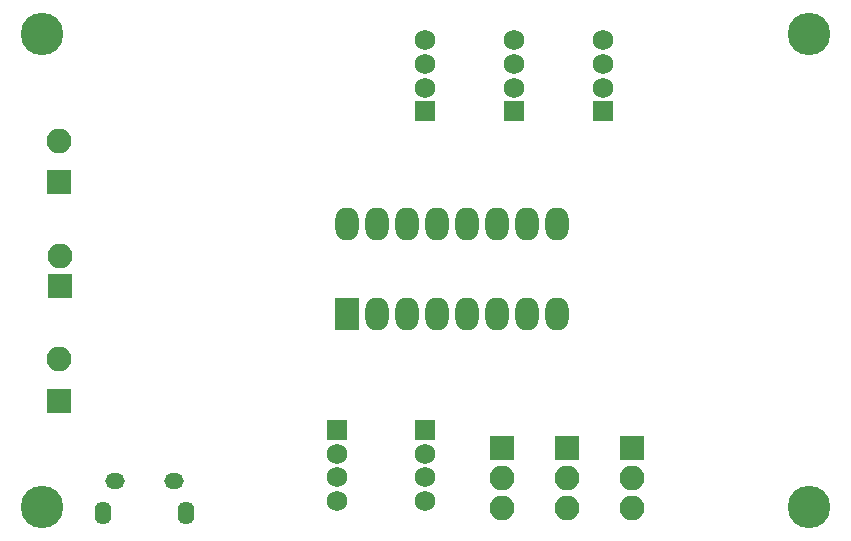
<source format=gbs>
G04 #@! TF.FileFunction,Soldermask,Bot*
%FSLAX46Y46*%
G04 Gerber Fmt 4.6, Leading zero omitted, Abs format (unit mm)*
G04 Created by KiCad (PCBNEW 4.0.7) date 06/10/18 23:59:59*
%MOMM*%
%LPD*%
G01*
G04 APERTURE LIST*
%ADD10C,0.100000*%
%ADD11C,3.600000*%
%ADD12R,1.750000X1.750000*%
%ADD13C,1.750000*%
%ADD14R,2.100000X2.100000*%
%ADD15O,2.100000X2.100000*%
%ADD16R,2.000000X2.800000*%
%ADD17O,2.000000X2.800000*%
%ADD18O,1.650000X1.350000*%
%ADD19O,1.400000X1.950000*%
G04 APERTURE END LIST*
D10*
D11*
X167500000Y-82500000D03*
X102500000Y-82500000D03*
D12*
X135000000Y-116000000D03*
D13*
X135000000Y-118000000D03*
X135000000Y-120000000D03*
X135000000Y-122000000D03*
D12*
X127500000Y-116000000D03*
D13*
X127500000Y-118000000D03*
X127500000Y-120000000D03*
X127500000Y-122000000D03*
D14*
X104064000Y-103791000D03*
D15*
X104064000Y-101251000D03*
D16*
X128400000Y-106200000D03*
D17*
X146180000Y-98580000D03*
X130940000Y-106200000D03*
X143640000Y-98580000D03*
X133480000Y-106200000D03*
X141100000Y-98580000D03*
X136020000Y-106200000D03*
X138560000Y-98580000D03*
X138560000Y-106200000D03*
X136020000Y-98580000D03*
X141100000Y-106200000D03*
X133480000Y-98580000D03*
X143640000Y-106200000D03*
X130940000Y-98580000D03*
X146180000Y-106200000D03*
X128400000Y-98580000D03*
D14*
X152500000Y-117500000D03*
D15*
X152500000Y-120040000D03*
X152500000Y-122580000D03*
D14*
X141500000Y-117500000D03*
D15*
X141500000Y-120040000D03*
X141500000Y-122580000D03*
D11*
X102500000Y-122500000D03*
X167500000Y-122500000D03*
D14*
X104000000Y-95000000D03*
D15*
X104000000Y-91500000D03*
D14*
X104000000Y-113500000D03*
D15*
X104000000Y-110000000D03*
D18*
X108700000Y-120350000D03*
X113700000Y-120350000D03*
D19*
X107700000Y-123050000D03*
X114700000Y-123050000D03*
D12*
X150000000Y-89000000D03*
D13*
X150000000Y-87000000D03*
X150000000Y-85000000D03*
X150000000Y-83000000D03*
D12*
X142500000Y-89000000D03*
D13*
X142500000Y-87000000D03*
X142500000Y-85000000D03*
X142500000Y-83000000D03*
D12*
X135000000Y-89000000D03*
D13*
X135000000Y-87000000D03*
X135000000Y-85000000D03*
X135000000Y-83000000D03*
D14*
X147000000Y-117500000D03*
D15*
X147000000Y-120040000D03*
X147000000Y-122580000D03*
M02*

</source>
